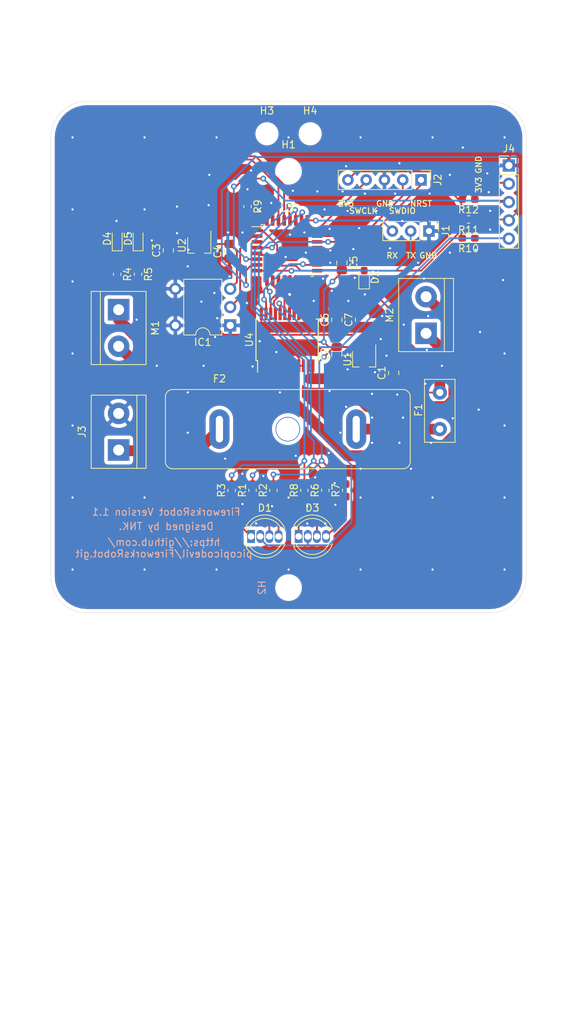
<source format=kicad_pcb>
(kicad_pcb (version 20171130) (host pcbnew "(5.1.6)-1")
  (layers (0 F.Cu signal) (31 B.Cu signal) (34 B.Paste user) (35 F.Paste user) (36 B.SilkS user) (37 F.SilkS user) (38 B.Mask user) (39 F.Mask user) (44 Edge.Cuts user))
  (net 0 "")
  (net 1 GND)
  (net 2 +5V)
  (net 3 "Net-(D3-Pad1)")
  (net 4 /VCP_RX)
  (net 5 /VCP_TX)
  (net 6 /SWCLK)
  (net 7 /SWDIO)
  (net 8 NRST)
  (net 9 /BOOT)
  (net 10 "Net-(M2-Pad1)")
  (net 11 "Net-(M2-Pad2)")
  (net 12 "Net-(M1-Pad2)")
  (net 13 "Net-(M1-Pad1)")
  (net 14 /BIN1)
  (net 15 /STBY)
  (net 16 /AIN1)
  (net 17 /AIN2)
  (net 18 /PWMA)
  (net 19 BIN2)
  (net 20 PWMB)
  (net 21 "Net-(IC1-Pad2)")
  (net 22 +6V)
  (net 23 "Net-(F1-Pad1)")
  (net 24 "Net-(F2-Pad1)")
  (net 25 +3V3)
  (net 26 /COLLECTOR_3)
  (net 27 /COLLECTOR_2)
  (net 28 /COLLECTOR_1)
  (net 29 LED_G)
  (net 30 LED_B)
  (net 31 LED_R)
  (net 32 "Net-(D4-Pad1)")
  (net 33 "Net-(D5-Pad1)")
  (net 34 "Net-(D1-Pad4)")
  (net 35 "Net-(D1-Pad3)")
  (net 36 "Net-(D1-Pad1)")
  (net 37 "Net-(D3-Pad4)")
  (net 38 "Net-(D3-Pad3)")
  (net 39 "Net-(D4-Pad2)")
  (net 40 "Net-(D5-Pad2)")
  (net 41 "Net-(U3-Pad22)")
  (net 42 "Net-(U3-Pad21)")
  (net 43 "Net-(U3-Pad20)")
  (net 44 "Net-(U3-Pad19)")
  (net 45 "Net-(U3-Pad3)")
  (module Resistor_SMD:R_0603_1608Metric_Pad1.05x0.95mm_HandSolder (layer F.Cu) (at 152.2 134 90)
    (fp_text reference R8 (at 0 -1.43 90) (layer F.SilkS))
    (fp_text value 200)
    (pad 2 smd roundrect (at 0.875 0 90) (size 1.05 0.95) (layers F.Cu F.Paste F.Mask) (net 31 LED_R))
    (pad 1 smd roundrect (at -0.875 0 90) (size 1.05 0.95) (layers F.Cu F.Paste F.Mask) (net 3 "Net-(D3-Pad1)"))
  )
  (module Resistor_SMD:R_0603_1608Metric_Pad1.05x0.95mm_HandSolder (layer F.Cu) (at 158 134 90)
    (fp_text reference R7 (at 0 -1.43 90) (layer F.SilkS))
    (fp_text value 62)
    (pad 2 smd roundrect (at 0.875 0 90) (size 1.05 0.95) (layers F.Cu F.Paste F.Mask) (net 29 LED_G))
    (pad 1 smd roundrect (at -0.875 0 90) (size 1.05 0.95) (layers F.Cu F.Paste F.Mask) (net 37 "Net-(D3-Pad4)"))
  )
  (module Resistor_SMD:R_0603_1608Metric_Pad1.05x0.95mm_HandSolder (layer F.Cu) (at 155.1 134 90)
    (fp_text reference R6 (at 0 -1.43 90) (layer F.SilkS))
    (fp_text value 62)
    (pad 2 smd roundrect (at 0.875 0 90) (size 1.05 0.95) (layers F.Cu F.Paste F.Mask) (net 30 LED_B))
    (pad 1 smd roundrect (at -0.875 0 90) (size 1.05 0.95) (layers F.Cu F.Paste F.Mask) (net 38 "Net-(D3-Pad3)"))
  )
  (module Resistor_SMD:R_0603_1608Metric_Pad1.05x0.95mm_HandSolder (layer F.Cu) (at 142.1 134 90)
    (fp_text reference R3 (at 0 -1.43 90) (layer F.SilkS))
    (fp_text value 200)
    (pad 2 smd roundrect (at 0.875 0 90) (size 1.05 0.95) (layers F.Cu F.Paste F.Mask) (net 31 LED_R))
    (pad 1 smd roundrect (at -0.875 0 90) (size 1.05 0.95) (layers F.Cu F.Paste F.Mask) (net 36 "Net-(D1-Pad1)"))
  )
  (module Resistor_SMD:R_0603_1608Metric_Pad1.05x0.95mm_HandSolder (layer F.Cu) (at 147.9 134 90)
    (fp_text reference R2 (at 0 -1.43 90) (layer F.SilkS))
    (fp_text value 62)
    (pad 2 smd roundrect (at 0.875 0 90) (size 1.05 0.95) (layers F.Cu F.Paste F.Mask) (net 29 LED_G))
    (pad 1 smd roundrect (at -0.875 0 90) (size 1.05 0.95) (layers F.Cu F.Paste F.Mask) (net 34 "Net-(D1-Pad4)"))
  )
  (module Resistor_SMD:R_0603_1608Metric_Pad1.05x0.95mm_HandSolder (layer F.Cu) (at 145 134 90)
    (fp_text reference R1 (at 0 -1.43 90) (layer F.SilkS))
    (fp_text value 62)
    (pad 2 smd roundrect (at 0.875 0 90) (size 1.05 0.95) (layers F.Cu F.Paste F.Mask) (net 30 LED_B))
    (pad 1 smd roundrect (at -0.875 0 90) (size 1.05 0.95) (layers F.Cu F.Paste F.Mask) (net 35 "Net-(D1-Pad3)"))
  )
  (module LED_THT:LED_D5.0mm-4_RGB (layer F.Cu) (at 151.4 140.4)
    (fp_text reference D3 (at 1.905 -3.96) (layer F.SilkS))
    (fp_text value LED_RABG)
    (pad 4 thru_hole oval (at 3.81 0) (size 1.07 1.8) (drill 0.9) (layers *.Cu *.Mask) (net 37 "Net-(D3-Pad4)"))
    (pad 3 thru_hole oval (at 2.54 0) (size 1.07 1.8) (drill 0.9) (layers *.Cu *.Mask) (net 38 "Net-(D3-Pad3)"))
    (pad 2 thru_hole oval (at 1.27 0) (size 1.07 1.8) (drill 0.9) (layers *.Cu *.Mask) (net 25 +3V3))
    (pad 1 thru_hole rect (at 0 0) (size 1.07 1.8) (drill 0.9) (layers *.Cu *.Mask) (net 3 "Net-(D3-Pad1)"))
  )
  (module LED_THT:LED_D5.0mm-4_RGB (layer F.Cu) (at 144.8 140.4)
    (fp_text reference D1 (at 1.905 -3.96) (layer F.SilkS))
    (fp_text value LED_RABG)
    (pad 4 thru_hole oval (at 3.81 0) (size 1.07 1.8) (drill 0.9) (layers *.Cu *.Mask) (net 34 "Net-(D1-Pad4)"))
    (pad 3 thru_hole oval (at 2.54 0) (size 1.07 1.8) (drill 0.9) (layers *.Cu *.Mask) (net 35 "Net-(D1-Pad3)"))
    (pad 2 thru_hole oval (at 1.27 0) (size 1.07 1.8) (drill 0.9) (layers *.Cu *.Mask) (net 25 +3V3))
    (pad 1 thru_hole rect (at 0 0) (size 1.07 1.8) (drill 0.9) (layers *.Cu *.Mask) (net 36 "Net-(D1-Pad1)"))
  )
  (module SamacSys_Parts:Conthrough_1x05_P2.54mm_Vertical (layer F.Cu) (at 168.4 90.9 270)
    (fp_text reference J2 (at 0 -2.33 90) (layer F.SilkS))
    (fp_text value Conthrough)
    (pad 5 thru_hole oval (at 0 10.16 270) (size 1.6 1.6) (drill 0.85) (layers *.Cu *.Mask) (net 25 +3V3))
    (pad 4 thru_hole oval (at 0 7.62 270) (size 1.6 1.6) (drill 0.85) (layers *.Cu *.Mask) (net 6 /SWCLK))
    (pad 3 thru_hole oval (at 0 5.08 270) (size 1.6 1.6) (drill 0.85) (layers *.Cu *.Mask) (net 1 GND))
    (pad 2 thru_hole oval (at 0 2.54 270) (size 1.6 1.6) (drill 0.85) (layers *.Cu *.Mask) (net 7 /SWDIO))
    (pad 1 thru_hole rect (at 0 0 270) (size 1.6 1.6) (drill 0.85) (layers *.Cu *.Mask) (net 8 NRST))
  )
  (module SamacSys_Parts:Conthrough_1x03_P2.54mm_Vertical (layer F.Cu) (at 169.5 98 270)
    (fp_text reference J1 (at 0 -2.33 90) (layer F.SilkS))
    (fp_text value Conn_01x03)
    (pad 3 thru_hole oval (at 0 5.08 270) (size 1.6 1.6) (drill 0.85) (layers *.Cu *.Mask) (net 4 /VCP_RX))
    (pad 2 thru_hole oval (at 0 2.54 270) (size 1.6 1.6) (drill 0.85) (layers *.Cu *.Mask) (net 5 /VCP_TX))
    (pad 1 thru_hole rect (at 0 0 270) (size 1.6 1.6) (drill 0.85) (layers *.Cu *.Mask) (net 1 GND))
  )
  (module SamacSys_Parts:SPS440 (layer F.Cu) (at 141.9 111.1 180)
    (fp_text reference IC1 (at 3.81 -2.33) (layer F.SilkS))
    (fp_text value SPS440)
    (pad 4 thru_hole oval (at 7.62 0 180) (size 1.7 1.7) (drill 1) (layers *.Cu *.Mask) (net 1 GND))
    (pad 3 thru_hole oval (at 0 5.08 180) (size 1.7 1.7) (drill 1) (layers *.Cu *.Mask) (net 2 +5V))
    (pad 2 thru_hole oval (at 0 2.54 180) (size 1.7 1.7) (drill 1) (layers *.Cu *.Mask) (net 21 "Net-(IC1-Pad2)"))
    (pad 5 thru_hole oval (at 7.62 5.08 180) (size 1.7 1.7) (drill 1) (layers *.Cu *.Mask) (net 1 GND))
    (pad 1 thru_hole rect (at 0 0 180) (size 1.7 1.7) (drill 1) (layers *.Cu *.Mask) (net 1 GND))
  )
  (module SamacSys_Parts:MF505 (layer F.Cu) (at 140.4 125.5)
    (fp_text reference F2 (at 0 -7) (layer F.SilkS))
    (fp_text value Fuse)
    (pad "" np_thru_hole circle (at 9.5 0) (size 3.4 3.4) (drill 3.2) (layers *.Cu *.Mask))
    (pad 2 thru_hole oval (at 19 0) (size 2.8 5.5) (drill oval 1 3.7) (layers *.Cu *.Mask) (net 23 "Net-(F1-Pad1)"))
    (pad 1 thru_hole oval (at 0 0) (size 2.8 5.5) (drill oval 1 3.7) (layers *.Cu *.Mask) (net 24 "Net-(F2-Pad1)"))
  )
  (module Connector_PinHeader_2.54mm:PinHeader_1x05_P2.54mm_Vertical (layer F.Cu) (at 180.6 88.9)
    (fp_text reference J4 (at 0 -2.33) (layer F.SilkS))
    (fp_text value Conn_01x05)
    (pad 5 thru_hole oval (at 0 10.16) (size 1.7 1.7) (drill 1) (layers *.Cu *.Mask) (net 26 /COLLECTOR_3))
    (pad 4 thru_hole oval (at 0 7.62) (size 1.7 1.7) (drill 1) (layers *.Cu *.Mask) (net 27 /COLLECTOR_2))
    (pad 3 thru_hole oval (at 0 5.08) (size 1.7 1.7) (drill 1) (layers *.Cu *.Mask) (net 28 /COLLECTOR_1))
    (pad 2 thru_hole oval (at 0 2.54) (size 1.7 1.7) (drill 1) (layers *.Cu *.Mask) (net 25 +3V3))
    (pad 1 thru_hole rect (at 0 0) (size 1.7 1.7) (drill 1) (layers *.Cu *.Mask) (net 1 GND))
  )
  (module Resistor_SMD:R_0603_1608Metric_Pad1.05x0.95mm_HandSolder (layer F.Cu) (at 175 93.6 180)
    (fp_text reference R12 (at 0 -1.43) (layer F.SilkS))
    (fp_text value 1k)
    (pad 2 smd roundrect (at 0.875 0 180) (size 1.05 0.95) (layers F.Cu F.Paste F.Mask) (net 25 +3V3))
    (pad 1 smd roundrect (at -0.875 0 180) (size 1.05 0.95) (layers F.Cu F.Paste F.Mask) (net 28 /COLLECTOR_1))
  )
  (module Resistor_SMD:R_0603_1608Metric_Pad1.05x0.95mm_HandSolder (layer F.Cu) (at 175 96.4 180)
    (fp_text reference R11 (at 0 -1.43) (layer F.SilkS))
    (fp_text value 1k)
    (pad 2 smd roundrect (at 0.875 0 180) (size 1.05 0.95) (layers F.Cu F.Paste F.Mask) (net 25 +3V3))
    (pad 1 smd roundrect (at -0.875 0 180) (size 1.05 0.95) (layers F.Cu F.Paste F.Mask) (net 27 /COLLECTOR_2))
  )
  (module Resistor_SMD:R_0603_1608Metric_Pad1.05x0.95mm_HandSolder (layer F.Cu) (at 175 99 180)
    (fp_text reference R10 (at 0 -1.43) (layer F.SilkS))
    (fp_text value 1k)
    (pad 2 smd roundrect (at 0.875 0 180) (size 1.05 0.95) (layers F.Cu F.Paste F.Mask) (net 25 +3V3))
    (pad 1 smd roundrect (at -0.875 0 180) (size 1.05 0.95) (layers F.Cu F.Paste F.Mask) (net 26 /COLLECTOR_3))
  )
  (module Package_TO_SOT_SMD:SOT-23W_Handsoldering (layer F.Cu) (at 137.6 100 270)
    (fp_text reference U2 (at 0 2.4 90) (layer F.SilkS))
    (fp_text value AP2210N-5.0TRG1)
    (pad 3 smd rect (at 1.7 0 270) (size 2 0.7) (layers F.Cu F.Paste F.Mask) (net 22 +6V))
    (pad 2 smd rect (at -1.7 0.95 270) (size 2 0.7) (layers F.Cu F.Paste F.Mask) (net 2 +5V))
    (pad 1 smd rect (at -1.7 -0.95 270) (size 2 0.7) (layers F.Cu F.Paste F.Mask) (net 1 GND))
  )
  (module MountingHole:MountingHole_2.2mm_M2 (layer F.Cu) (at 153 84.5)
    (fp_text reference H4 (at 0 -3.2) (layer F.SilkS))
    (fp_text value MountingHole)
    (pad 1 np_thru_hole circle (at 0 0) (size 2.2 2.2) (drill 2.2) (layers *.Cu *.Mask))
  )
  (module MountingHole:MountingHole_2.2mm_M2 (layer F.Cu) (at 147 84.5)
    (fp_text reference H3 (at 0 -3.2) (layer F.SilkS))
    (fp_text value MountingHole)
    (pad 1 np_thru_hole circle (at 0 0) (size 2.2 2.2) (drill 2.2) (layers *.Cu *.Mask))
  )
  (module MountingHole:MountingHole_2.7mm_M2.5 (layer B.Cu) (at 150 147.5 270)
    (fp_text reference H2 (at 0 3.7 270) (layer B.SilkS) (effects (justify mirror)))
    (fp_text value MountingHole)
    (pad 1 np_thru_hole circle (at 0 0 270) (size 2.7 2.7) (drill 2.7) (layers *.Cu *.Mask))
  )
  (module MountingHole:MountingHole_2.7mm_M2.5 (layer F.Cu) (at 150 89.7)
    (fp_text reference H1 (at 0 -3.7) (layer F.SilkS))
    (fp_text value MountingHole)
    (pad 1 np_thru_hole circle (at 0 0) (size 2.7 2.7) (drill 2.7) (layers *.Cu *.Mask))
  )
  (module TerminalBlock:TerminalBlock_bornier-2_P5.08mm (layer F.Cu) (at 126.4 128.4 90)
    (fp_text reference J3 (at 2.54 -5.08 90) (layer F.SilkS))
    (fp_text value Screw_Terminal_01x02)
    (pad 2 thru_hole circle (at 5.08 0 90) (size 3 3) (drill 1.52) (layers *.Cu *.Mask) (net 1 GND))
    (pad 1 thru_hole rect (at 0 0 90) (size 3 3) (drill 1.52) (layers *.Cu *.Mask) (net 24 "Net-(F2-Pad1)"))
  )
  (module Fuse:Fuse_Littelfuse_395Series (layer F.Cu) (at 171 125.5 90)
    (fp_text reference F1 (at 2.65 -2.95 90) (layer F.SilkS))
    (fp_text value Polyfuse)
    (pad 2 thru_hole circle (at 5.08 0.01 90) (size 2 2) (drill 1) (layers *.Cu *.Mask) (net 22 +6V))
    (pad 1 thru_hole circle (at 0 0 90) (size 2 2) (drill 1) (layers *.Cu *.Mask) (net 23 "Net-(F1-Pad1)"))
  )
  (module Capacitor_SMD:C_0805_2012Metric_Pad1.15x1.40mm_HandSolder (layer F.Cu) (at 141.8 100.8 90)
    (fp_text reference C4 (at 0 -1.65 90) (layer F.SilkS))
    (fp_text value 2.2u)
    (pad 2 smd roundrect (at 1.025 0 90) (size 1.15 1.4) (layers F.Cu F.Paste F.Mask) (roundrect_rratio 0.217391) (net 2 +5V))
    (pad 1 smd roundrect (at -1.025 0 90) (size 1.15 1.4) (layers F.Cu F.Paste F.Mask) (roundrect_rratio 0.217391) (net 1 GND))
  )
  (module Capacitor_SMD:C_0805_2012Metric_Pad1.15x1.40mm_HandSolder (layer F.Cu) (at 133.3 100.7 90)
    (fp_text reference C3 (at 0 -1.65 90) (layer F.SilkS))
    (fp_text value 1.0u)
    (pad 2 smd roundrect (at 1.025 0 90) (size 1.15 1.4) (layers F.Cu F.Paste F.Mask) (roundrect_rratio 0.217391) (net 1 GND))
    (pad 1 smd roundrect (at -1.025 0 90) (size 1.15 1.4) (layers F.Cu F.Paste F.Mask) (roundrect_rratio 0.217391) (net 22 +6V))
  )
  (module TerminalBlock:TerminalBlock_bornier-2_P5.08mm (layer F.Cu) (at 169.1 112.2 90)
    (fp_text reference M2 (at 2.54 -5.08 90) (layer F.SilkS))
    (fp_text value Motor_DC)
    (pad 2 thru_hole circle (at 5.08 0 90) (size 3 3) (drill 1.52) (layers *.Cu *.Mask) (net 11 "Net-(M2-Pad2)"))
    (pad 1 thru_hole rect (at 0 0 90) (size 3 3) (drill 1.52) (layers *.Cu *.Mask) (net 10 "Net-(M2-Pad1)"))
  )
  (module TerminalBlock:TerminalBlock_bornier-2_P5.08mm (layer F.Cu) (at 126.4 108.92 270)
    (fp_text reference M1 (at 2.54 -5.08 90) (layer F.SilkS))
    (fp_text value Motor_DC)
    (pad 2 thru_hole circle (at 5.08 0 270) (size 3 3) (drill 1.52) (layers *.Cu *.Mask) (net 12 "Net-(M1-Pad2)"))
    (pad 1 thru_hole rect (at 0 0 270) (size 3 3) (drill 1.52) (layers *.Cu *.Mask) (net 13 "Net-(M1-Pad1)"))
  )
  (module Package_SO:SSOP-24_5.3x8.2mm_P0.65mm (layer F.Cu) (at 149.8 113.1 90)
    (fp_text reference U4 (at 0 -5.25 90) (layer F.SilkS))
    (fp_text value TB6612FNG)
    (pad 24 smd rect (at 3.6 -3.575 90) (size 1.75 0.45) (layers F.Cu F.Paste F.Mask) (net 22 +6V))
    (pad 23 smd rect (at 3.6 -2.925 90) (size 1.75 0.45) (layers F.Cu F.Paste F.Mask) (net 18 /PWMA))
    (pad 22 smd rect (at 3.6 -2.275 90) (size 1.75 0.45) (layers F.Cu F.Paste F.Mask) (net 17 /AIN2))
    (pad 21 smd rect (at 3.6 -1.625 90) (size 1.75 0.45) (layers F.Cu F.Paste F.Mask) (net 16 /AIN1))
    (pad 20 smd rect (at 3.6 -0.975 90) (size 1.75 0.45) (layers F.Cu F.Paste F.Mask) (net 25 +3V3))
    (pad 19 smd rect (at 3.6 -0.325 90) (size 1.75 0.45) (layers F.Cu F.Paste F.Mask) (net 15 /STBY))
    (pad 18 smd rect (at 3.6 0.325 90) (size 1.75 0.45) (layers F.Cu F.Paste F.Mask) (net 1 GND))
    (pad 17 smd rect (at 3.6 0.975 90) (size 1.75 0.45) (layers F.Cu F.Paste F.Mask) (net 14 /BIN1))
    (pad 16 smd rect (at 3.6 1.625 90) (size 1.75 0.45) (layers F.Cu F.Paste F.Mask) (net 19 BIN2))
    (pad 15 smd rect (at 3.6 2.275 90) (size 1.75 0.45) (layers F.Cu F.Paste F.Mask) (net 20 PWMB))
    (pad 14 smd rect (at 3.6 2.925 90) (size 1.75 0.45) (layers F.Cu F.Paste F.Mask) (net 22 +6V))
    (pad 13 smd rect (at 3.6 3.575 90) (size 1.75 0.45) (layers F.Cu F.Paste F.Mask) (net 22 +6V))
    (pad 12 smd rect (at -3.6 3.575 90) (size 1.75 0.45) (layers F.Cu F.Paste F.Mask) (net 10 "Net-(M2-Pad1)"))
    (pad 11 smd rect (at -3.6 2.925 90) (size 1.75 0.45) (layers F.Cu F.Paste F.Mask) (net 10 "Net-(M2-Pad1)"))
    (pad 10 smd rect (at -3.6 2.275 90) (size 1.75 0.45) (layers F.Cu F.Paste F.Mask) (net 1 GND))
    (pad 9 smd rect (at -3.6 1.625 90) (size 1.75 0.45) (layers F.Cu F.Paste F.Mask) (net 1 GND))
    (pad 8 smd rect (at -3.6 0.975 90) (size 1.75 0.45) (layers F.Cu F.Paste F.Mask) (net 11 "Net-(M2-Pad2)"))
    (pad 7 smd rect (at -3.6 0.325 90) (size 1.75 0.45) (layers F.Cu F.Paste F.Mask) (net 11 "Net-(M2-Pad2)"))
    (pad 6 smd rect (at -3.6 -0.325 90) (size 1.75 0.45) (layers F.Cu F.Paste F.Mask) (net 12 "Net-(M1-Pad2)"))
    (pad 5 smd rect (at -3.6 -0.975 90) (size 1.75 0.45) (layers F.Cu F.Paste F.Mask) (net 12 "Net-(M1-Pad2)"))
    (pad 4 smd rect (at -3.6 -1.625 90) (size 1.75 0.45) (layers F.Cu F.Paste F.Mask) (net 1 GND))
    (pad 3 smd rect (at -3.6 -2.275 90) (size 1.75 0.45) (layers F.Cu F.Paste F.Mask) (net 1 GND))
    (pad 2 smd rect (at -3.6 -2.925 90) (size 1.75 0.45) (layers F.Cu F.Paste F.Mask) (net 13 "Net-(M1-Pad1)"))
    (pad 1 smd rect (at -3.6 -3.575 90) (size 1.75 0.45) (layers F.Cu F.Paste F.Mask) (net 13 "Net-(M1-Pad1)"))
  )
  (module Package_QFP:LQFP-32_7x7mm_P0.8mm (layer F.Cu) (at 149.8 100.7)
    (fp_text reference U3 (at 0 -5.88) (layer F.SilkS))
    (fp_text value STM32F303K8)
    (pad 32 smd roundrect (at -2.8 -4.175) (size 0.5 1.5) (layers F.Cu F.Paste F.Mask) (net 1 GND))
    (pad 31 smd roundrect (at -2 -4.175) (size 0.5 1.5) (layers F.Cu F.Paste F.Mask) (net 9 /BOOT))
    (pad 30 smd roundrect (at -1.2 -4.175) (size 0.5 1.5) (layers F.Cu F.Paste F.Mask) (net 40 "Net-(D5-Pad2)"))
    (pad 29 smd roundrect (at -0.4 -4.175) (size 0.5 1.5) (layers F.Cu F.Paste F.Mask) (net 39 "Net-(D4-Pad2)"))
    (pad 28 smd roundrect (at 0.4 -4.175) (size 0.5 1.5) (layers F.Cu F.Paste F.Mask) (net 31 LED_R))
    (pad 27 smd roundrect (at 1.2 -4.175) (size 0.5 1.5) (layers F.Cu F.Paste F.Mask) (net 30 LED_B))
    (pad 26 smd roundrect (at 2 -4.175) (size 0.5 1.5) (layers F.Cu F.Paste F.Mask) (net 29 LED_G))
    (pad 25 smd roundrect (at 2.8 -4.175) (size 0.5 1.5) (layers F.Cu F.Paste F.Mask) (net 4 /VCP_RX))
    (pad 24 smd roundrect (at 4.175 -2.8) (size 1.5 0.5) (layers F.Cu F.Paste F.Mask) (net 6 /SWCLK))
    (pad 23 smd roundrect (at 4.175 -2) (size 1.5 0.5) (layers F.Cu F.Paste F.Mask) (net 7 /SWDIO))
    (pad 22 smd roundrect (at 4.175 -1.2) (size 1.5 0.5) (layers F.Cu F.Paste F.Mask) (net 41 "Net-(U3-Pad22)"))
    (pad 21 smd roundrect (at 4.175 -0.4) (size 1.5 0.5) (layers F.Cu F.Paste F.Mask) (net 42 "Net-(U3-Pad21)"))
    (pad 20 smd roundrect (at 4.175 0.4) (size 1.5 0.5) (layers F.Cu F.Paste F.Mask) (net 43 "Net-(U3-Pad20)"))
    (pad 19 smd roundrect (at 4.175 1.2) (size 1.5 0.5) (layers F.Cu F.Paste F.Mask) (net 44 "Net-(U3-Pad19)"))
    (pad 18 smd roundrect (at 4.175 2) (size 1.5 0.5) (layers F.Cu F.Paste F.Mask) (net 18 /PWMA))
    (pad 17 smd roundrect (at 4.175 2.8) (size 1.5 0.5) (layers F.Cu F.Paste F.Mask) (net 25 +3V3))
    (pad 16 smd roundrect (at 2.8 4.175) (size 0.5 1.5) (layers F.Cu F.Paste F.Mask) (net 1 GND))
    (pad 15 smd roundrect (at 2 4.175) (size 0.5 1.5) (layers F.Cu F.Paste F.Mask) (net 20 PWMB))
    (pad 14 smd roundrect (at 1.2 4.175) (size 0.5 1.5) (layers F.Cu F.Paste F.Mask) (net 19 BIN2))
    (pad 13 smd roundrect (at 0.4 4.175) (size 0.5 1.5) (layers F.Cu F.Paste F.Mask) (net 14 /BIN1))
    (pad 12 smd roundrect (at -0.4 4.175) (size 0.5 1.5) (layers F.Cu F.Paste F.Mask) (net 15 /STBY))
    (pad 11 smd roundrect (at -1.2 4.175) (size 0.5 1.5) (layers F.Cu F.Paste F.Mask) (net 16 /AIN1))
    (pad 10 smd roundrect (at -2 4.175) (size 0.5 1.5) (layers F.Cu F.Paste F.Mask) (net 17 /AIN2))
    (pad 9 smd roundrect (at -2.8 4.175) (size 0.5 1.5) (layers F.Cu F.Paste F.Mask) (net 26 /COLLECTOR_3))
    (pad 8 smd roundrect (at -4.175 2.8) (size 1.5 0.5) (layers F.Cu F.Paste F.Mask) (net 5 /VCP_TX))
    (pad 7 smd roundrect (at -4.175 2) (size 1.5 0.5) (layers F.Cu F.Paste F.Mask) (net 27 /COLLECTOR_2))
    (pad 6 smd roundrect (at -4.175 1.2) (size 1.5 0.5) (layers F.Cu F.Paste F.Mask) (net 28 /COLLECTOR_1))
    (pad 5 smd roundrect (at -4.175 0.4) (size 1.5 0.5) (layers F.Cu F.Paste F.Mask) (net 25 +3V3))
    (pad 4 smd roundrect (at -4.175 -0.4) (size 1.5 0.5) (layers F.Cu F.Paste F.Mask) (net 8 NRST))
    (pad 3 smd roundrect (at -4.175 -1.2) (size 1.5 0.5) (layers F.Cu F.Paste F.Mask) (net 45 "Net-(U3-Pad3)"))
    (pad 2 smd roundrect (at -4.175 -2) (size 1.5 0.5) (layers F.Cu F.Paste F.Mask) (net 21 "Net-(IC1-Pad2)"))
    (pad 1 smd roundrect (at -4.175 -2.8) (size 1.5 0.5) (layers F.Cu F.Paste F.Mask) (net 25 +3V3))
  )
  (module Package_TO_SOT_SMD:SOT-23W_Handsoldering (layer F.Cu) (at 160.5 115.8 270)
    (fp_text reference U1 (at 0 2.3 90) (layer F.SilkS))
    (fp_text value AP2210N-3.3TRG1)
    (pad 3 smd rect (at 1.7 0 270) (size 2 0.7) (layers F.Cu F.Paste F.Mask) (net 22 +6V))
    (pad 2 smd rect (at -1.7 0.95 270) (size 2 0.7) (layers F.Cu F.Paste F.Mask) (net 25 +3V3))
    (pad 1 smd rect (at -1.7 -0.95 270) (size 2 0.7) (layers F.Cu F.Paste F.Mask) (net 1 GND))
  )
  (module Resistor_SMD:R_0603_1608Metric_Pad1.05x0.95mm_HandSolder (layer F.Cu) (at 129.1 104 270)
    (fp_text reference R5 (at 0 -1.43 90) (layer F.SilkS))
    (fp_text value 2.2k)
    (pad 2 smd roundrect (at 0.875 0 270) (size 1.05 0.95) (layers F.Cu F.Paste F.Mask) (net 1 GND))
    (pad 1 smd roundrect (at -0.875 0 270) (size 1.05 0.95) (layers F.Cu F.Paste F.Mask) (net 33 "Net-(D5-Pad1)"))
  )
  (module Resistor_SMD:R_0603_1608Metric_Pad1.05x0.95mm_HandSolder (layer F.Cu) (at 126.2 104 270)
    (fp_text reference R4 (at 0 -1.43 90) (layer F.SilkS))
    (fp_text value 2.2k)
    (pad 2 smd roundrect (at 0.875 0 270) (size 1.05 0.95) (layers F.Cu F.Paste F.Mask) (net 1 GND))
    (pad 1 smd roundrect (at -0.875 0 270) (size 1.05 0.95) (layers F.Cu F.Paste F.Mask) (net 32 "Net-(D4-Pad1)"))
  )
  (module Resistor_SMD:R_0603_1608Metric_Pad1.05x0.95mm_HandSolder (layer F.Cu) (at 144.3 94.6 270)
    (fp_text reference R9 (at 0 -1.43 90) (layer F.SilkS))
    (fp_text value 10k)
    (pad 2 smd roundrect (at 0.875 0 270) (size 1.05 0.95) (layers F.Cu F.Paste F.Mask) (net 1 GND))
    (pad 1 smd roundrect (at -0.875 0 270) (size 1.05 0.95) (layers F.Cu F.Paste F.Mask) (net 9 /BOOT))
  )
  (module LED_SMD:LED_0603_1608Metric_Castellated (layer F.Cu) (at 129.1 99.06 90)
    (fp_text reference D5 (at 0 -1.38 90) (layer F.SilkS))
    (fp_text value LED)
    (pad 2 smd roundrect (at 0.8125 0 90) (size 1.225 0.85) (layers F.Cu F.Paste F.Mask) (net 40 "Net-(D5-Pad2)"))
    (pad 1 smd roundrect (at -0.8125 0 90) (size 1.225 0.85) (layers F.Cu F.Paste F.Mask) (net 33 "Net-(D5-Pad1)"))
  )
  (module LED_SMD:LED_0603_1608Metric_Castellated (layer F.Cu) (at 126.2 99.06 90)
    (fp_text reference D4 (at 0 -1.38 90) (layer F.SilkS))
    (fp_text value LED)
    (pad 2 smd roundrect (at 0.8125 0 90) (size 1.225 0.85) (layers F.Cu F.Paste F.Mask) (net 39 "Net-(D4-Pad2)"))
    (pad 1 smd roundrect (at -0.8125 0 90) (size 1.225 0.85) (layers F.Cu F.Paste F.Mask) (net 32 "Net-(D4-Pad1)"))
  )
  (module Diode_SMD:D_0603_1608Metric_Pad1.05x0.95mm_HandSolder (layer F.Cu) (at 160.5 104.375 90)
    (fp_text reference D2 (at 0 1.5 90) (layer F.SilkS))
    (fp_text value D_Schottky)
    (pad 2 smd roundrect (at 0.875 0 90) (size 1.05 0.95) (layers F.Cu F.Paste F.Mask) (net 25 +3V3))
    (pad 1 smd roundrect (at -0.875 0 90) (size 1.05 0.95) (layers F.Cu F.Paste F.Mask) (net 22 +6V))
  )
  (module Capacitor_SMD:C_0805_2012Metric_Pad1.15x1.40mm_HandSolder (layer F.Cu) (at 160 110.325 90)
    (fp_text reference C7 (at 0 -1.65 90) (layer F.SilkS))
    (fp_text value 10u)
    (pad 2 smd roundrect (at 1.025 0 90) (size 1.15 1.4) (layers F.Cu F.Paste F.Mask) (roundrect_rratio 0.217391) (net 1 GND))
    (pad 1 smd roundrect (at -1.025 0 90) (size 1.15 1.4) (layers F.Cu F.Paste F.Mask) (roundrect_rratio 0.217391) (net 22 +6V))
  )
  (module Capacitor_SMD:C_0805_2012Metric_Pad1.15x1.40mm_HandSolder (layer F.Cu) (at 156.7 110.325 90)
    (fp_text reference C6 (at 0 -1.65 90) (layer F.SilkS))
    (fp_text value 0.1u)
    (pad 2 smd roundrect (at 1.025 0 90) (size 1.15 1.4) (layers F.Cu F.Paste F.Mask) (roundrect_rratio 0.217391) (net 1 GND))
    (pad 1 smd roundrect (at -1.025 0 90) (size 1.15 1.4) (layers F.Cu F.Paste F.Mask) (roundrect_rratio 0.217391) (net 22 +6V))
  )
  (module Capacitor_SMD:C_0805_2012Metric_Pad1.15x1.40mm_HandSolder (layer F.Cu) (at 156.7 115.125 90)
    (fp_text reference C2 (at 0 -1.65 90) (layer F.SilkS))
    (fp_text value 2.2u)
    (pad 2 smd roundrect (at 1.025 0 90) (size 1.15 1.4) (layers F.Cu F.Paste F.Mask) (roundrect_rratio 0.217391) (net 25 +3V3))
    (pad 1 smd roundrect (at -1.025 0 90) (size 1.15 1.4) (layers F.Cu F.Paste F.Mask) (roundrect_rratio 0.217391) (net 1 GND))
  )
  (module Capacitor_SMD:C_0805_2012Metric_Pad1.15x1.40mm_HandSolder (layer F.Cu) (at 164.6 117.7 90)
    (fp_text reference C1 (at 0 -1.65 90) (layer F.SilkS))
    (fp_text value 1u)
    (pad 2 smd roundrect (at 1.025 0 90) (size 1.15 1.4) (layers F.Cu F.Paste F.Mask) (roundrect_rratio 0.217391) (net 1 GND))
    (pad 1 smd roundrect (at -1.025 0 90) (size 1.15 1.4) (layers F.Cu F.Paste F.Mask) (roundrect_rratio 0.217391) (net 22 +6V))
  )
  (module Capacitor_SMD:C_0805_2012Metric_Pad1.15x1.40mm_HandSolder (layer F.Cu) (at 157.4 102.4 270)
    (fp_text reference C5 (at 0 -1.65 90) (layer F.SilkS))
    (fp_text value 0.1u)
    (pad 2 smd roundrect (at 1.025 0 270) (size 1.15 1.4) (layers F.Cu F.Paste F.Mask) (roundrect_rratio 0.217391) (net 25 +3V3))
    (pad 1 smd roundrect (at -1.025 0 270) (size 1.15 1.4) (layers F.Cu F.Paste F.Mask) (roundrect_rratio 0.217391) (net 1 GND))
  )
  (gr_text "FireworksRobot Version 1.1" (at 133 137) (layer B.SilkS) (effects (font (size 1 1)) (justify mirror)))
  (gr_text "Designed by TNK." (at 133 139) (layer B.SilkS) (effects (font (size 1 1)) (justify mirror)))
  (gr_text "https://github.com/\npicopicodevil/FireworksRobot.git" (at 132.7 142) (layer B.SilkS) (effects (font (size 1 1)) (justify mirror)))
  (gr_text 3V3 (at 176.4 91.6 90) (layer F.SilkS) (effects (font (size 0.8 0.8))))
  (gr_text GND (at 176.4 88.8 90) (layer F.SilkS) (effects (font (size 0.8 0.8))))
  (gr_text GND (at 169.4 101.4) (layer F.SilkS) (effects (font (size 0.8 0.8))))
  (gr_text RX (at 164.4 101.4) (layer F.SilkS) (effects (font (size 0.8 0.8))))
  (gr_text TX (at 167 101.4) (layer F.SilkS) (effects (font (size 0.8 0.8))))
  (gr_text NRST (at 168.4 94.2) (layer F.SilkS) (effects (font (size 0.8 0.8))))
  (gr_text SWDIO (at 165.8 95.2) (layer F.SilkS) (effects (font (size 0.8 0.8))))
  (gr_text GND (at 163.4 94.2) (layer F.SilkS) (effects (font (size 0.8 0.8))))
  (gr_text SWCLK (at 160.4 95.2) (layer F.SilkS) (effects (font (size 0.8 0.8))))
  (gr_text 3V3 (at 158 94.2) (layer F.SilkS) (effects (font (size 0.8 0.8))))
  (gr_arc (start 122 85) (end 122 80) (angle -90) (layer Edge.Cuts) (width 0.05))
  (gr_arc (start 178 85) (end 183 85) (angle -90) (layer Edge.Cuts) (width 0.05))
  (gr_arc (start 178 146) (end 178 151) (angle -90) (layer Edge.Cuts) (width 0.05))
  (gr_arc (start 122 146) (end 117 146) (angle -90) (layer Edge.Cuts) (width 0.05))
  (gr_line (start 178 80) (end 122 80) (layer Edge.Cuts) (width 0.05))
  (gr_line (start 183 146) (end 183 85) (layer Edge.Cuts) (width 0.05))
  (gr_line (start 122 151) (end 178 151) (layer Edge.Cuts) (width 0.05))
  (gr_line (start 117 85) (end 117 146) (layer Edge.Cuts) (width 0.05))
  (segment (start 147.525 116.7) (end 148.175 116.7) (width 0.25) (layer F.Cu) (net 1))
  (segment (start 151.425 116.7) (end 152.075 116.7) (width 0.25) (layer F.Cu) (net 1))
  (segment (start 148.175 115.664998) (end 148.175 116.7) (width 0.25) (layer F.Cu) (net 1))
  (segment (start 151.425 116.7) (end 151.425 115.575) (width 0.25) (layer F.Cu) (net 1))
  (segment (start 148.639998 115.2) (end 148.175 115.664998) (width 0.25) (layer F.Cu) (net 1))
  (segment (start 151.05 115.2) (end 148.639998 115.2) (width 0.25) (layer F.Cu) (net 1))
  (segment (start 151.425 115.575) (end 151.05 115.2) (width 0.25) (layer F.Cu) (net 1))
  (via (at 153.5 107.7) (size 0.6) (drill 0.3) (layers F.Cu B.Cu) (net 1))
  (via (at 154.8 104.6) (size 0.6) (drill 0.3) (layers F.Cu B.Cu) (net 1))
  (via (at 159.2 104.5) (size 0.6) (drill 0.3) (layers F.Cu B.Cu) (net 1))
  (via (at 156 106.3) (size 0.6) (drill 0.3) (layers F.Cu B.Cu) (net 1))
  (via (at 160.6 106.8) (size 0.6) (drill 0.3) (layers F.Cu B.Cu) (net 1))
  (via (at 158.3 107.7) (size 0.6) (drill 0.3) (layers F.Cu B.Cu) (net 1))
  (via (at 138.9 94.4) (size 0.6) (drill 0.3) (layers F.Cu B.Cu) (net 1))
  (via (at 134.5 98.3) (size 0.6) (drill 0.3) (layers F.Cu B.Cu) (net 1))
  (via (at 144.8 89.6) (size 0.6) (drill 0.3) (layers F.Cu B.Cu) (net 1))
  (via (at 140.1 100.8) (size 0.6) (drill 0.3) (layers F.Cu B.Cu) (net 1))
  (via (at 136 102.9) (size 0.6) (drill 0.3) (layers F.Cu B.Cu) (net 1))
  (via (at 141.8 104.3) (size 0.6) (drill 0.3) (layers F.Cu B.Cu) (net 1))
  (via (at 140.1 110.1) (size 0.6) (drill 0.3) (layers F.Cu B.Cu) (net 1))
  (via (at 139.7 106.6) (size 0.6) (drill 0.3) (layers F.Cu B.Cu) (net 1))
  (via (at 157.2 126) (size 0.6) (drill 0.3) (layers F.Cu B.Cu) (net 1))
  (via (at 155.7 120.2) (size 0.6) (drill 0.3) (layers F.Cu B.Cu) (net 1))
  (via (at 158 122.4) (size 0.6) (drill 0.3) (layers F.Cu B.Cu) (net 1))
  (via (at 165.9 123.9) (size 0.6) (drill 0.3) (layers F.Cu B.Cu) (net 1))
  (via (at 161.6 123.9) (size 0.6) (drill 0.3) (layers F.Cu B.Cu) (net 1))
  (via (at 172.8 124) (size 0.6) (drill 0.3) (layers F.Cu B.Cu) (net 1))
  (via (at 169.8 127.4) (size 0.6) (drill 0.3) (layers F.Cu B.Cu) (net 1))
  (via (at 161.6 127.4) (size 0.6) (drill 0.3) (layers F.Cu B.Cu) (net 1))
  (via (at 165.4 127.4) (size 0.6) (drill 0.3) (layers F.Cu B.Cu) (net 1))
  (via (at 145 116.8) (size 0.6) (drill 0.3) (layers F.Cu B.Cu) (net 1))
  (via (at 131.7 116.7) (size 0.6) (drill 0.3) (layers F.Cu B.Cu) (net 1))
  (via (at 138.2 116.7) (size 0.6) (drill 0.3) (layers F.Cu B.Cu) (net 1))
  (via (at 152.4 101) (size 0.6) (drill 0.3) (layers F.Cu B.Cu) (net 1))
  (via (at 144.2 108) (size 0.6) (drill 0.3) (layers F.Cu B.Cu) (net 1))
  (via (at 134.5 94.6) (size 0.6) (drill 0.3) (layers F.Cu B.Cu) (net 1))
  (via (at 155.7 97.7) (size 0.6) (drill 0.3) (layers F.Cu B.Cu) (net 1))
  (via (at 155.8 102.4) (size 0.6) (drill 0.3) (layers F.Cu B.Cu) (net 1))
  (via (at 159 100.5) (size 0.6) (drill 0.3) (layers F.Cu B.Cu) (net 1))
  (via (at 155.8 100.7) (size 0.6) (drill 0.3) (layers F.Cu B.Cu) (net 1))
  (via (at 158.9 102.4) (size 0.6) (drill 0.3) (layers F.Cu B.Cu) (net 1))
  (via (at 164.1 100.4) (size 0.6) (drill 0.3) (layers F.Cu B.Cu) (net 1))
  (via (at 165.8 96.6) (size 0.6) (drill 0.3) (layers F.Cu B.Cu) (net 1))
  (via (at 163 109.8) (size 0.6) (drill 0.3) (layers F.Cu B.Cu) (net 1))
  (via (at 169.4 109.8) (size 0.6) (drill 0.3) (layers F.Cu B.Cu) (net 1))
  (via (at 161.8 104.5) (size 0.6) (drill 0.3) (layers F.Cu B.Cu) (net 1))
  (via (at 165.1 120.7) (size 0.6) (drill 0.3) (layers F.Cu B.Cu) (net 1))
  (via (at 158.2 115.1) (size 0.6) (drill 0.3) (layers F.Cu B.Cu) (net 1))
  (via (at 162 117.6) (size 0.6) (drill 0.3) (layers F.Cu B.Cu) (net 1))
  (via (at 163.6 115.3) (size 0.6) (drill 0.3) (layers F.Cu B.Cu) (net 1))
  (via (at 128.9 110.3) (size 0.6) (drill 0.3) (layers F.Cu B.Cu) (net 1))
  (via (at 146 113.3) (size 0.6) (drill 0.3) (layers F.Cu B.Cu) (net 1))
  (via (at 148.3 114.8) (size 0.6) (drill 0.3) (layers F.Cu B.Cu) (net 1))
  (via (at 144.3 92.2) (size 0.6) (drill 0.3) (layers F.Cu B.Cu) (net 1))
  (via (at 141.6 98.2) (size 0.6) (drill 0.3) (layers F.Cu B.Cu) (net 1))
  (via (at 127.7 98.3) (size 0.6) (drill 0.3) (layers F.Cu B.Cu) (net 1))
  (via (at 131 99.3) (size 0.6) (drill 0.3) (layers F.Cu B.Cu) (net 1))
  (via (at 139.8 112.7) (size 0.6) (drill 0.3) (layers F.Cu B.Cu) (net 1))
  (via (at 137.9 107.8) (size 0.6) (drill 0.3) (layers F.Cu B.Cu) (net 1))
  (via (at 126.1 96.6) (size 0.6) (drill 0.3) (layers F.Cu B.Cu) (net 1))
  (via (at 150.153414 106.8) (size 0.8) (drill 0.4) (layers F.Cu B.Cu) (net 1))
  (segment (start 150.125 109.5) (end 150.125 106.828414) (width 0.25) (layer F.Cu) (net 1))
  (segment (start 150.125 106.828414) (end 150.153414 106.8) (width 0.25) (layer F.Cu) (net 1))
  (via (at 152.2 98.2) (size 0.6) (drill 0.3) (layers F.Cu B.Cu) (net 1))
  (via (at 139 90.2) (size 0.6) (drill 0.3) (layers F.Cu B.Cu) (net 1))
  (via (at 155 95) (size 0.6) (drill 0.3) (layers F.Cu B.Cu) (net 1))
  (via (at 154 92.5) (size 0.6) (drill 0.3) (layers F.Cu B.Cu) (net 1))
  (via (at 157.5 92.5) (size 0.6) (drill 0.3) (layers F.Cu B.Cu) (net 1))
  (via (at 158 89) (size 0.6) (drill 0.3) (layers F.Cu B.Cu) (net 1))
  (via (at 174.2 86.4) (size 0.6) (drill 0.3) (layers F.Cu B.Cu) (net 1))
  (via (at 165.4 88.6) (size 0.6) (drill 0.3) (layers F.Cu B.Cu) (net 1))
  (via (at 176.4 122.8) (size 0.6) (drill 0.3) (layers F.Cu B.Cu) (net 1))
  (via (at 176.6 112) (size 0.6) (drill 0.3) (layers F.Cu B.Cu) (net 1))
  (via (at 179.8 104.8) (size 0.6) (drill 0.3) (layers F.Cu B.Cu) (net 1))
  (via (at 172.4 101) (size 0.6) (drill 0.3) (layers F.Cu B.Cu) (net 1))
  (via (at 148.8 120.4) (size 0.6) (drill 0.3) (layers F.Cu B.Cu) (net 1))
  (via (at 120 85) (size 0.6) (drill 0.3) (layers F.Cu B.Cu) (net 1))
  (via (at 120 95) (size 0.6) (drill 0.3) (layers F.Cu B.Cu) (net 1))
  (via (at 120 105) (size 0.6) (drill 0.3) (layers F.Cu B.Cu) (net 1))
  (via (at 120 115) (size 0.6) (drill 0.3) (layers F.Cu B.Cu) (net 1))
  (via (at 120 125) (size 0.6) (drill 0.3) (layers F.Cu B.Cu) (net 1))
  (via (at 120 135) (size 0.6) (drill 0.3) (layers F.Cu B.Cu) (net 1))
  (via (at 120 145) (size 0.6) (drill 0.3) (layers F.Cu B.Cu) (net 1))
  (via (at 130 145) (size 0.6) (drill 0.3) (layers F.Cu B.Cu) (net 1))
  (via (at 140 145) (size 0.6) (drill 0.3) (layers F.Cu B.Cu) (net 1))
  (via (at 160 145) (size 0.6) (drill 0.3) (layers F.Cu B.Cu) (net 1))
  (via (at 170 145) (size 0.6) (drill 0.3) (layers F.Cu B.Cu) (net 1))
  (via (at 180 145) (size 0.6) (drill 0.3) (layers F.Cu B.Cu) (net 1))
  (via (at 180 135) (size 0.6) (drill 0.3) (layers F.Cu B.Cu) (net 1))
  (via (at 180 85) (size 0.6) (drill 0.3) (layers F.Cu B.Cu) (net 1))
  (via (at 170 85) (size 0.6) (drill 0.3) (layers F.Cu B.Cu) (net 1))
  (via (at 160 85) (size 0.6) (drill 0.3) (layers F.Cu B.Cu) (net 1))
  (via (at 130 85) (size 0.6) (drill 0.3) (layers F.Cu B.Cu) (net 1))
  (via (at 140 85) (size 0.6) (drill 0.3) (layers F.Cu B.Cu) (net 1))
  (via (at 130 95) (size 0.6) (drill 0.3) (layers F.Cu B.Cu) (net 1))
  (via (at 130 135) (size 0.6) (drill 0.3) (layers F.Cu B.Cu) (net 1))
  (via (at 170 135) (size 0.6) (drill 0.3) (layers F.Cu B.Cu) (net 1))
  (via (at 160 135) (size 0.6) (drill 0.3) (layers F.Cu B.Cu) (net 1))
  (via (at 167 131) (size 0.6) (drill 0.3) (layers F.Cu B.Cu) (net 1))
  (via (at 136 126) (size 0.6) (drill 0.3) (layers F.Cu B.Cu) (net 1))
  (via (at 147.6 94.1) (size 0.6) (drill 0.3) (layers F.Cu B.Cu) (net 1))
  (via (at 136.1 100.6) (size 0.6) (drill 0.3) (layers F.Cu B.Cu) (net 1))
  (via (at 150 145) (size 0.6) (drill 0.3) (layers F.Cu B.Cu) (net 1))
  (via (at 150.6 92.4) (size 0.6) (drill 0.3) (layers F.Cu B.Cu) (net 1))
  (via (at 150 85) (size 0.6) (drill 0.3) (layers F.Cu B.Cu) (net 1))
  (via (at 159.8 97.6) (size 0.6) (drill 0.3) (layers F.Cu B.Cu) (net 1))
  (via (at 158.2 95.2) (size 0.6) (drill 0.3) (layers F.Cu B.Cu) (net 1))
  (via (at 162.2 95.2) (size 0.6) (drill 0.3) (layers F.Cu B.Cu) (net 1))
  (via (at 160.6 92.8) (size 0.6) (drill 0.3) (layers F.Cu B.Cu) (net 1))
  (via (at 164.8 92.8) (size 0.6) (drill 0.3) (layers F.Cu B.Cu) (net 1))
  (via (at 169.6 92.8) (size 0.6) (drill 0.3) (layers F.Cu B.Cu) (net 1))
  (via (at 168 102.4) (size 0.6) (drill 0.3) (layers F.Cu B.Cu) (net 1))
  (via (at 168.8 104.6) (size 0.6) (drill 0.3) (layers F.Cu B.Cu) (net 1))
  (via (at 136 120.4) (size 0.6) (drill 0.3) (layers F.Cu B.Cu) (net 1))
  (via (at 166 111) (size 0.6) (drill 0.3) (layers F.Cu B.Cu) (net 1))
  (via (at 171.3 116.7) (size 0.6) (drill 0.3) (layers F.Cu B.Cu) (net 1))
  (via (at 169.2 114.5) (size 0.6) (drill 0.3) (layers F.Cu B.Cu) (net 1))
  (via (at 169 119.2) (size 0.6) (drill 0.3) (layers F.Cu B.Cu) (net 1))
  (via (at 177.6 90) (size 0.6) (drill 0.3) (layers F.Cu B.Cu) (net 1))
  (via (at 177.8 92.6) (size 0.6) (drill 0.3) (layers F.Cu B.Cu) (net 1))
  (via (at 178 95.2) (size 0.6) (drill 0.3) (layers F.Cu B.Cu) (net 1))
  (via (at 176 100.6) (size 0.6) (drill 0.3) (layers F.Cu B.Cu) (net 1))
  (via (at 172.4 90.2) (size 0.6) (drill 0.3) (layers F.Cu B.Cu) (net 1))
  (via (at 143.6 98.2) (size 0.6) (drill 0.3) (layers F.Cu B.Cu) (net 1))
  (via (at 178 97.8) (size 0.6) (drill 0.3) (layers F.Cu B.Cu) (net 1))
  (via (at 146 95.2) (size 0.6) (drill 0.3) (layers F.Cu B.Cu) (net 1))
  (via (at 162.8 113) (size 0.6) (drill 0.3) (layers F.Cu B.Cu) (net 1))
  (via (at 158.2 117.2) (size 0.6) (drill 0.3) (layers F.Cu B.Cu) (net 1))
  (via (at 161.6 120.6) (size 0.6) (drill 0.3) (layers F.Cu B.Cu) (net 1))
  (via (at 149.6 101.6) (size 0.6) (drill 0.3) (layers F.Cu B.Cu) (net 1))
  (via (at 150.2 98.5) (size 0.6) (drill 0.3) (layers F.Cu B.Cu) (net 1))
  (via (at 155.1 138.6) (size 0.6) (drill 0.3) (layers F.Cu B.Cu) (net 1))
  (via (at 156.4 133) (size 0.6) (drill 0.3) (layers F.Cu B.Cu) (net 1))
  (via (at 152.6 138.6) (size 0.6) (drill 0.3) (layers F.Cu B.Cu) (net 1))
  (via (at 153.7 132.2) (size 0.6) (drill 0.3) (layers F.Cu B.Cu) (net 1))
  (via (at 152.6 136.2) (size 0.6) (drill 0.3) (layers F.Cu B.Cu) (net 1))
  (via (at 156.5 136) (size 0.6) (drill 0.3) (layers F.Cu B.Cu) (net 1))
  (via (at 145.5 138.6) (size 0.6) (drill 0.3) (layers F.Cu B.Cu) (net 1))
  (via (at 143.6 135.9) (size 0.6) (drill 0.3) (layers F.Cu B.Cu) (net 1))
  (via (at 143.6 131.7) (size 0.6) (drill 0.3) (layers F.Cu B.Cu) (net 1))
  (via (at 146.5 132) (size 0.6) (drill 0.3) (layers F.Cu B.Cu) (net 1))
  (via (at 147.7 136.2) (size 0.6) (drill 0.3) (layers F.Cu B.Cu) (net 1))
  (via (at 150 135) (size 0.6) (drill 0.3) (layers F.Cu B.Cu) (net 1))
  (via (at 151 129.2) (size 0.6) (drill 0.3) (layers F.Cu B.Cu) (net 1))
  (via (at 141.2 129.6) (size 0.6) (drill 0.3) (layers F.Cu B.Cu) (net 1))
  (via (at 180 125) (size 0.6) (drill 0.3) (layers F.Cu B.Cu) (net 1))
  (via (at 180 115) (size 0.6) (drill 0.3) (layers F.Cu B.Cu) (net 1))
  (via (at 155.6 128.8) (size 0.6) (drill 0.3) (layers F.Cu B.Cu) (net 1))
  (via (at 160 131) (size 0.6) (drill 0.3) (layers F.Cu B.Cu) (net 1))
  (segment (start 141.775 99.8) (end 141.8 99.775) (width 0.25) (layer F.Cu) (net 2))
  (segment (start 136.65 98.3) (end 138.15 99.8) (width 0.25) (layer F.Cu) (net 2))
  (segment (start 138.15 99.8) (end 141.775 99.8) (width 0.25) (layer F.Cu) (net 2))
  (segment (start 141.775 99.775) (end 141.8 99.775) (width 0.25) (layer F.Cu) (net 2))
  (segment (start 141.8 99.775) (end 142.82501 100.80001) (width 0.25) (layer F.Cu) (net 2))
  (segment (start 142.82501 100.80001) (end 142.82501 105.09499) (width 0.25) (layer F.Cu) (net 2))
  (segment (start 142.82501 105.09499) (end 141.9 106.02) (width 0.25) (layer F.Cu) (net 2))
  (segment (start 151.4 135.675) (end 151.4 140.4) (width 0.25) (layer F.Cu) (net 3))
  (segment (start 152.2 134.875) (end 151.4 135.675) (width 0.25) (layer F.Cu) (net 3))
  (segment (start 153.758237 96.525) (end 153.779431 96.546194) (width 0.25) (layer F.Cu) (net 4))
  (via (at 153.779431 96.546194) (size 0.8) (drill 0.4) (layers F.Cu B.Cu) (net 4))
  (segment (start 162.966194 96.546194) (end 153.779431 96.546194) (width 0.25) (layer B.Cu) (net 4))
  (segment (start 164.42 98) (end 162.966194 96.546194) (width 0.25) (layer B.Cu) (net 4))
  (segment (start 152.6 96.525) (end 153.758237 96.525) (width 0.25) (layer F.Cu) (net 4))
  (segment (start 126.2 99.8725) (end 126.2 103.125) (width 0.25) (layer F.Cu) (net 32))
  (segment (start 129.1 99.8725) (end 129.1 103.125) (width 0.25) (layer F.Cu) (net 33))
  (segment (start 166.96 98) (end 166.96 101.44) (width 0.25) (layer B.Cu) (net 5))
  (segment (start 166.96 101.44) (end 164.899992 103.500008) (width 0.25) (layer B.Cu) (net 5))
  (segment (start 164.9 103.5) (end 164.899992 103.500008) (width 0.25) (layer B.Cu) (net 5))
  (segment (start 150.425002 103.500008) (end 150.4 103.52501) (width 0.25) (layer B.Cu) (net 5))
  (via (at 150.4 103.52501) (size 0.8) (drill 0.4) (layers F.Cu B.Cu) (net 5))
  (segment (start 164.899992 103.500008) (end 150.425002 103.500008) (width 0.25) (layer B.Cu) (net 5))
  (segment (start 145.625 103.5) (end 150.37499 103.5) (width 0.25) (layer F.Cu) (net 5))
  (segment (start 150.37499 103.5) (end 150.4 103.52501) (width 0.25) (layer F.Cu) (net 5))
  (segment (start 153.975 97.9) (end 160.78 91.095) (width 0.25) (layer F.Cu) (net 6))
  (segment (start 160.78 91.095) (end 160.78 90.9) (width 0.25) (layer F.Cu) (net 6))
  (segment (start 162.08 96.88) (end 162.5 96.46) (width 0.25) (layer F.Cu) (net 7))
  (segment (start 153.975 98.7) (end 160.26 98.7) (width 0.25) (layer F.Cu) (net 7))
  (segment (start 165.86 90.9) (end 165.86 93.1) (width 0.25) (layer F.Cu) (net 7))
  (segment (start 165.86 93.1) (end 160.26 98.7) (width 0.25) (layer F.Cu) (net 7))
  (segment (start 155.5 99.5) (end 155.5 99.5) (width 0.25) (layer F.Cu) (net 8))
  (via (at 155.5 99.5) (size 0.8) (drill 0.4) (layers F.Cu B.Cu) (net 8))
  (segment (start 160.5 99.5) (end 155.5 99.5) (width 0.25) (layer F.Cu) (net 8))
  (segment (start 168.4 90.9) (end 168.4 91.6) (width 0.25) (layer F.Cu) (net 8))
  (segment (start 168.4 91.6) (end 160.5 99.5) (width 0.25) (layer F.Cu) (net 8))
  (segment (start 145.625 100.3) (end 147.7 100.3) (width 0.25) (layer F.Cu) (net 8))
  (segment (start 148.5 99.5) (end 147.7 100.3) (width 0.25) (layer B.Cu) (net 8))
  (via (at 147.7 100.3) (size 0.8) (drill 0.4) (layers F.Cu B.Cu) (net 8))
  (segment (start 155.5 99.5) (end 148.5 99.5) (width 0.25) (layer B.Cu) (net 8))
  (segment (start 147.8 96.525) (end 147.8 95.7) (width 0.25) (layer F.Cu) (net 9))
  (segment (start 145.825 93.725) (end 144.3 93.725) (width 0.25) (layer F.Cu) (net 9))
  (segment (start 147.8 95.7) (end 145.825 93.725) (width 0.25) (layer F.Cu) (net 9))
  (segment (start 152.725 116.7) (end 153.375 116.7) (width 0.25) (layer F.Cu) (net 10))
  (segment (start 152.725 118.325) (end 152.9 118.5) (width 0.25) (layer F.Cu) (net 10))
  (segment (start 152.725 116.7) (end 152.725 118.325) (width 0.25) (layer F.Cu) (net 10))
  (segment (start 153.375 118.025) (end 152.9 118.5) (width 0.25) (layer F.Cu) (net 10))
  (segment (start 153.375 116.7) (end 153.375 118.025) (width 0.25) (layer F.Cu) (net 10))
  (segment (start 160.970001 122.370001) (end 157.1 118.5) (width 1.5) (layer F.Cu) (net 10))
  (segment (start 157.1 118.5) (end 152.9 118.5) (width 1.5) (layer F.Cu) (net 10))
  (segment (start 171.946001 122.370001) (end 160.970001 122.370001) (width 1.5) (layer F.Cu) (net 10))
  (segment (start 169.1 112.2) (end 172.960001 116.060001) (width 1.5) (layer F.Cu) (net 10))
  (segment (start 172.960001 121.356001) (end 171.946001 122.370001) (width 1.5) (layer F.Cu) (net 10))
  (segment (start 172.960001 116.060001) (end 172.960001 121.356001) (width 1.5) (layer F.Cu) (net 10))
  (segment (start 150.125 116.7) (end 150.775 116.7) (width 0.25) (layer F.Cu) (net 11))
  (segment (start 150.125 117.92499) (end 150.90001 118.7) (width 0.25) (layer F.Cu) (net 11))
  (segment (start 150.125 116.7) (end 150.125 117.92499) (width 0.25) (layer F.Cu) (net 11))
  (segment (start 150.775 116.7) (end 150.775 118.57499) (width 0.25) (layer F.Cu) (net 11))
  (segment (start 174.660011 124.725991) (end 170.185992 129.20001) (width 1.5) (layer F.Cu) (net 11))
  (segment (start 169.1 107.12) (end 174.660011 112.680011) (width 1.5) (layer F.Cu) (net 11))
  (segment (start 150.6 121.6) (end 150.6 118.6) (width 1.5) (layer F.Cu) (net 11))
  (segment (start 170.185992 129.20001) (end 158.20001 129.20001) (width 1.5) (layer F.Cu) (net 11))
  (segment (start 174.660011 112.680011) (end 174.660011 124.725991) (width 1.5) (layer F.Cu) (net 11))
  (segment (start 158.20001 129.20001) (end 150.6 121.6) (width 1.5) (layer F.Cu) (net 11))
  (segment (start 148.825 116.7) (end 149.475 116.7) (width 0.25) (layer F.Cu) (net 12))
  (segment (start 148.825 118.625) (end 148.9 118.7) (width 0.25) (layer F.Cu) (net 12))
  (segment (start 148.825 116.7) (end 148.825 118.625) (width 0.25) (layer F.Cu) (net 12))
  (segment (start 149.475 118.125) (end 148.9 118.7) (width 0.25) (layer F.Cu) (net 12))
  (segment (start 149.475 116.7) (end 149.475 118.125) (width 0.25) (layer F.Cu) (net 12))
  (segment (start 126.4 114) (end 131 118.6) (width 1.5) (layer F.Cu) (net 12))
  (segment (start 131 118.6) (end 148.8 118.6) (width 1.5) (layer F.Cu) (net 12))
  (segment (start 146.875 116.7) (end 146.225 116.7) (width 0.25) (layer F.Cu) (net 13))
  (segment (start 146.225 115.375) (end 146.7 114.9) (width 0.25) (layer F.Cu) (net 13))
  (segment (start 146.225 116.7) (end 146.225 115.375) (width 0.25) (layer F.Cu) (net 13))
  (segment (start 146.875 115.675) (end 146.875 116.7) (width 0.25) (layer F.Cu) (net 13))
  (segment (start 146.7 115.5) (end 146.875 115.675) (width 0.25) (layer F.Cu) (net 13))
  (segment (start 146.7 114.9) (end 146.7 115.5) (width 0.25) (layer F.Cu) (net 13))
  (segment (start 131 114.9) (end 146.7 114.9) (width 1.5) (layer F.Cu) (net 13))
  (segment (start 126.4 108.92) (end 126.4 110.3) (width 1.5) (layer F.Cu) (net 13))
  (segment (start 126.4 110.3) (end 131 114.9) (width 1.5) (layer F.Cu) (net 13))
  (segment (start 150.775 108.375) (end 150.775 109.5) (width 0.25) (layer F.Cu) (net 14))
  (segment (start 150.9 108.25) (end 150.775 108.375) (width 0.25) (layer F.Cu) (net 14))
  (segment (start 150.9 106.426996) (end 150.9 108.25) (width 0.25) (layer F.Cu) (net 14))
  (segment (start 150.2 104.875) (end 150.2 105.726996) (width 0.25) (layer F.Cu) (net 14))
  (segment (start 150.2 105.726996) (end 150.9 106.426996) (width 0.25) (layer F.Cu) (net 14))
  (segment (start 149.4 104.875) (end 149.428412 104.903412) (width 0.25) (layer F.Cu) (net 15))
  (segment (start 149.428412 109.453412) (end 149.475 109.5) (width 0.25) (layer F.Cu) (net 15))
  (segment (start 149.428412 104.903412) (end 149.428412 109.453412) (width 0.25) (layer F.Cu) (net 15))
  (segment (start 147.978401 108.392462) (end 148.175 108.589061) (width 0.25) (layer F.Cu) (net 16))
  (segment (start 148.175 108.589061) (end 148.175 109.5) (width 0.25) (layer F.Cu) (net 16))
  (segment (start 148.6 104.875) (end 148.775013 105.050013) (width 0.25) (layer F.Cu) (net 16))
  (segment (start 148.775013 106.934402) (end 147.978401 107.731014) (width 0.25) (layer F.Cu) (net 16))
  (segment (start 148.775013 105.050013) (end 148.775013 106.934402) (width 0.25) (layer F.Cu) (net 16))
  (segment (start 147.978401 107.731014) (end 147.978401 108.392462) (width 0.25) (layer F.Cu) (net 16))
  (segment (start 148.325002 106.051998) (end 148.325002 106.748002) (width 0.25) (layer F.Cu) (net 17))
  (segment (start 147.8 105.526996) (end 148.325002 106.051998) (width 0.25) (layer F.Cu) (net 17))
  (segment (start 147.525 107.548004) (end 147.525 109.5) (width 0.25) (layer F.Cu) (net 17))
  (segment (start 148.325002 106.748002) (end 147.525 107.548004) (width 0.25) (layer F.Cu) (net 17))
  (segment (start 147.8 104.875) (end 147.8 105.526996) (width 0.25) (layer F.Cu) (net 17))
  (via (at 152 102.6) (size 0.8) (drill 0.4) (layers F.Cu B.Cu) (net 18))
  (segment (start 153.975 102.7) (end 152.1 102.7) (width 0.25) (layer F.Cu) (net 18))
  (segment (start 152.1 102.7) (end 152 102.6) (width 0.25) (layer F.Cu) (net 18))
  (via (at 146.6 107.5) (size 0.8) (drill 0.4) (layers F.Cu B.Cu) (net 18))
  (segment (start 146.875 107.775) (end 146.6 107.5) (width 0.25) (layer F.Cu) (net 18))
  (segment (start 152 102.6) (end 150.126994 102.6) (width 0.25) (layer B.Cu) (net 18))
  (segment (start 146.875 109.5) (end 146.875 107.775) (width 0.25) (layer F.Cu) (net 18))
  (segment (start 146.6 106.126994) (end 146.6 107.5) (width 0.25) (layer B.Cu) (net 18))
  (segment (start 150.126994 102.6) (end 146.6 106.126994) (width 0.25) (layer B.Cu) (net 18))
  (segment (start 151 104.875) (end 151 105.863589) (width 0.25) (layer F.Cu) (net 19))
  (segment (start 151.475013 109.449987) (end 151.425 109.5) (width 0.25) (layer F.Cu) (net 19))
  (segment (start 151 105.863589) (end 151.475013 106.338602) (width 0.25) (layer F.Cu) (net 19))
  (segment (start 151.475013 106.338602) (end 151.475013 109.449987) (width 0.25) (layer F.Cu) (net 19))
  (segment (start 152.075 106.275) (end 152.075 109.5) (width 0.25) (layer F.Cu) (net 20))
  (segment (start 151.8 104.875) (end 151.8 106) (width 0.25) (layer F.Cu) (net 20))
  (segment (start 151.8 106) (end 152.075 106.275) (width 0.25) (layer F.Cu) (net 20))
  (segment (start 145.625 98.7) (end 145.038588 98.7) (width 0.25) (layer F.Cu) (net 21))
  (segment (start 143.275019 100.463569) (end 143.275019 107.184981) (width 0.25) (layer F.Cu) (net 21))
  (segment (start 145.038588 98.7) (end 143.275019 100.463569) (width 0.25) (layer F.Cu) (net 21))
  (segment (start 143.275019 107.184981) (end 141.9 108.56) (width 0.25) (layer F.Cu) (net 21))
  (segment (start 152.725 109.5) (end 152.725 110.675) (width 0.25) (layer F.Cu) (net 22))
  (segment (start 146.225 109.5) (end 146.225 111.125) (width 0.25) (layer F.Cu) (net 22))
  (segment (start 153.375 111.025) (end 153.375 109.5) (width 0.25) (layer F.Cu) (net 22))
  (segment (start 153.3 111.1) (end 153.375 111.025) (width 0.25) (layer F.Cu) (net 22))
  (segment (start 160 111.35) (end 156.7 111.35) (width 1.5) (layer F.Cu) (net 22))
  (segment (start 160 111.35) (end 161.94 111.35) (width 1.5) (layer F.Cu) (net 22))
  (segment (start 161.725 118.725) (end 160.5 117.5) (width 0.25) (layer F.Cu) (net 22))
  (segment (start 164.6 118.725) (end 161.725 118.725) (width 0.25) (layer F.Cu) (net 22))
  (segment (start 171.01 120.42) (end 166.295 120.42) (width 0.25) (layer F.Cu) (net 22))
  (segment (start 166.295 120.42) (end 164.6 118.725) (width 0.25) (layer F.Cu) (net 22))
  (segment (start 156.7 111.35) (end 146.2 111.35) (width 1.5) (layer F.Cu) (net 22))
  (segment (start 136.375 101.725) (end 133.3 101.725) (width 0.25) (layer F.Cu) (net 22))
  (segment (start 137.6 101.7) (end 137.575 101.725) (width 0.25) (layer F.Cu) (net 22))
  (segment (start 137.575 101.725) (end 136.375 101.725) (width 0.25) (layer F.Cu) (net 22))
  (segment (start 158.95 112.4) (end 160 111.35) (width 0.25) (layer F.Cu) (net 22))
  (segment (start 139.009999 110.395001) (end 141.014998 112.4) (width 0.25) (layer F.Cu) (net 22))
  (segment (start 141.014998 112.4) (end 158.95 112.4) (width 0.25) (layer F.Cu) (net 22))
  (segment (start 133.3 101.725) (end 139.009999 107.434999) (width 0.25) (layer F.Cu) (net 22))
  (segment (start 139.009999 107.434999) (end 139.009999 110.395001) (width 0.25) (layer F.Cu) (net 22))
  (segment (start 171.01 118.61) (end 171.01 120.42) (width 1.5) (layer F.Cu) (net 22))
  (segment (start 161.94 111.35) (end 163.75 111.35) (width 1.5) (layer F.Cu) (net 22))
  (segment (start 163.75 111.35) (end 171.01 118.61) (width 1.5) (layer F.Cu) (net 22))
  (segment (start 163.9 111.2) (end 163.75 111.35) (width 0.25) (layer F.Cu) (net 22))
  (segment (start 160.5 105.25) (end 163.9 108.65) (width 0.25) (layer F.Cu) (net 22))
  (segment (start 163.9 108.65) (end 163.9 111.2) (width 0.25) (layer F.Cu) (net 22))
  (segment (start 159.4 125.5) (end 171 125.5) (width 1.5) (layer F.Cu) (net 23))
  (segment (start 126.5 128.5) (end 126.4 128.4) (width 1.5) (layer F.Cu) (net 24))
  (segment (start 140.4 125.5) (end 137.4 128.5) (width 1.5) (layer F.Cu) (net 24))
  (segment (start 137.4 128.5) (end 126.5 128.5) (width 1.5) (layer F.Cu) (net 24))
  (segment (start 156.7 114.1) (end 159.55 114.1) (width 0.25) (layer F.Cu) (net 25))
  (segment (start 154.05 103.425) (end 153.975 103.5) (width 0.25) (layer F.Cu) (net 25))
  (segment (start 157.4 103.425) (end 154.05 103.425) (width 0.25) (layer F.Cu) (net 25))
  (segment (start 160.425 103.425) (end 160.5 103.5) (width 0.25) (layer F.Cu) (net 25))
  (segment (start 157.4 103.425) (end 160.425 103.425) (width 0.25) (layer F.Cu) (net 25))
  (via (at 156.1 105) (size 0.8) (drill 0.4) (layers F.Cu B.Cu) (net 25))
  (segment (start 157.4 103.425) (end 157.4 103.7) (width 0.25) (layer F.Cu) (net 25))
  (segment (start 157.4 103.7) (end 156.1 105) (width 0.25) (layer F.Cu) (net 25))
  (via (at 148.703402 108.044461) (size 0.8) (drill 0.4) (layers F.Cu B.Cu) (net 25))
  (segment (start 148.825 109.5) (end 148.825 108.166059) (width 0.25) (layer F.Cu) (net 25))
  (segment (start 148.825 108.166059) (end 148.703402 108.044461) (width 0.25) (layer F.Cu) (net 25))
  (segment (start 156.1 105) (end 154.9 106.2) (width 0.25) (layer B.Cu) (net 25))
  (segment (start 154.058941 113.4) (end 154.9 113.4) (width 0.25) (layer B.Cu) (net 25))
  (segment (start 154.9 106.2) (end 154.9 113.4) (width 0.25) (layer B.Cu) (net 25))
  (segment (start 155.6 114.1) (end 154.9 113.4) (width 0.25) (layer F.Cu) (net 25))
  (segment (start 156.7 114.1) (end 155.6 114.1) (width 0.25) (layer F.Cu) (net 25))
  (segment (start 148.703402 108.044461) (end 154.058941 113.4) (width 0.25) (layer B.Cu) (net 25))
  (via (at 154.9 113.4) (size 0.8) (drill 0.4) (layers F.Cu B.Cu) (net 25))
  (segment (start 168.419002 103.5) (end 160.5 103.5) (width 0.25) (layer F.Cu) (net 25))
  (segment (start 174 97.919002) (end 168.419002 103.5) (width 0.25) (layer F.Cu) (net 25))
  (segment (start 151.7 103.5) (end 153.975 103.5) (width 0.25) (layer F.Cu) (net 25))
  (segment (start 151 102.8) (end 151.7 103.5) (width 0.25) (layer F.Cu) (net 25))
  (segment (start 147.325 102.8) (end 151 102.8) (width 0.25) (layer F.Cu) (net 25))
  (segment (start 147 101.6) (end 147 102.475) (width 0.25) (layer F.Cu) (net 25))
  (segment (start 145.84999 101.32499) (end 146.72499 101.32499) (width 0.25) (layer F.Cu) (net 25))
  (segment (start 145.625 101.1) (end 145.84999 101.32499) (width 0.25) (layer F.Cu) (net 25))
  (segment (start 146.72499 101.32499) (end 147 101.6) (width 0.25) (layer F.Cu) (net 25))
  (segment (start 147 102.475) (end 147.325 102.8) (width 0.25) (layer F.Cu) (net 25))
  (segment (start 173.6 93.6) (end 174.125 93.6) (width 0.25) (layer F.Cu) (net 25))
  (segment (start 169.724999 89.724999) (end 173.6 93.6) (width 0.25) (layer F.Cu) (net 25))
  (segment (start 158.24 90.9) (end 159.415001 89.724999) (width 0.25) (layer F.Cu) (net 25))
  (segment (start 159.415001 89.724999) (end 169.724999 89.724999) (width 0.25) (layer F.Cu) (net 25))
  (segment (start 174 98.875) (end 174.125 99) (width 0.25) (layer F.Cu) (net 25))
  (segment (start 174 93.8) (end 174 98.875) (width 0.25) (layer F.Cu) (net 25))
  (segment (start 180.6 91.3) (end 176.5 91.3) (width 0.25) (layer F.Cu) (net 25))
  (segment (start 176.5 91.3) (end 174 93.8) (width 0.25) (layer F.Cu) (net 25))
  (segment (start 146.375 97.9) (end 145.625 97.9) (width 0.25) (layer F.Cu) (net 25))
  (segment (start 148.425002 102.125002) (end 148.425002 99.950002) (width 0.25) (layer F.Cu) (net 25))
  (segment (start 148.425002 99.950002) (end 146.375 97.9) (width 0.25) (layer F.Cu) (net 25))
  (segment (start 148 102.8) (end 149.1 102.8) (width 0.25) (layer F.Cu) (net 25))
  (segment (start 149.1 102.8) (end 148.425002 102.125002) (width 0.25) (layer F.Cu) (net 25))
  (via (at 154.899998 115.5) (size 0.8) (drill 0.4) (layers F.Cu B.Cu) (net 25))
  (segment (start 156.299998 114.1) (end 154.899998 115.5) (width 0.25) (layer F.Cu) (net 25))
  (segment (start 156.7 114.1) (end 156.299998 114.1) (width 0.25) (layer F.Cu) (net 25))
  (segment (start 155.566227 141.62501) (end 152.74501 141.62501) (width 0.25) (layer B.Cu) (net 25))
  (segment (start 158.725001 138.466236) (end 155.566227 141.62501) (width 0.25) (layer B.Cu) (net 25))
  (segment (start 158.725001 130.451999) (end 158.725001 138.466236) (width 0.25) (layer B.Cu) (net 25))
  (segment (start 154.274999 126.001997) (end 158.725001 130.451999) (width 0.25) (layer B.Cu) (net 25))
  (segment (start 154.274999 116.124999) (end 154.274999 126.001997) (width 0.25) (layer B.Cu) (net 25))
  (segment (start 154.899998 115.5) (end 154.274999 116.124999) (width 0.25) (layer B.Cu) (net 25))
  (segment (start 152.67 141.55) (end 152.67 140.4) (width 0.25) (layer B.Cu) (net 25))
  (segment (start 152.74501 141.62501) (end 152.67 141.55) (width 0.25) (layer B.Cu) (net 25))
  (segment (start 146.07 140.711237) (end 146.07 140.4) (width 0.25) (layer B.Cu) (net 25))
  (segment (start 146.983773 141.62501) (end 146.07 140.711237) (width 0.25) (layer B.Cu) (net 25))
  (segment (start 152.74501 141.62501) (end 146.983773 141.62501) (width 0.25) (layer B.Cu) (net 25))
  (segment (start 148.6 91.8) (end 148.6 96.525) (width 0.25) (layer F.Cu) (net 40))
  (segment (start 146.1 89.3) (end 148.6 91.8) (width 0.25) (layer F.Cu) (net 40))
  (segment (start 146.06359 89.3) (end 146.1 89.3) (width 0.25) (layer F.Cu) (net 40))
  (segment (start 133.0525 98.2475) (end 136.6 94.7) (width 0.25) (layer F.Cu) (net 40))
  (segment (start 136.6 90.8) (end 139.325009 88.074991) (width 0.25) (layer F.Cu) (net 40))
  (segment (start 129.1 98.2475) (end 133.0525 98.2475) (width 0.25) (layer F.Cu) (net 40))
  (segment (start 136.6 94.7) (end 136.6 90.8) (width 0.25) (layer F.Cu) (net 40))
  (segment (start 144.838581 88.074991) (end 146.06359 89.3) (width 0.25) (layer F.Cu) (net 40))
  (segment (start 139.325009 88.074991) (end 144.838581 88.074991) (width 0.25) (layer F.Cu) (net 40))
  (segment (start 147 104.875) (end 146.875 105) (width 0.25) (layer F.Cu) (net 26))
  (via (at 147.399996 106.4) (size 0.8) (drill 0.4) (layers F.Cu B.Cu) (net 26))
  (segment (start 147 104.875) (end 147 106.000004) (width 0.25) (layer F.Cu) (net 26))
  (segment (start 147 106.000004) (end 147.399996 106.4) (width 0.25) (layer F.Cu) (net 26))
  (segment (start 180.54 99) (end 180.6 99.06) (width 0.25) (layer F.Cu) (net 26))
  (segment (start 175.75 99) (end 180.54 99) (width 0.25) (layer F.Cu) (net 26))
  (segment (start 147.399996 107.799996) (end 147.399996 106.4) (width 0.25) (layer B.Cu) (net 26))
  (segment (start 180.54 99) (end 172.4 99) (width 0.25) (layer B.Cu) (net 26))
  (segment (start 153.725001 114.125001) (end 147.399996 107.799996) (width 0.25) (layer B.Cu) (net 26))
  (segment (start 172.4 99) (end 157.274999 114.125001) (width 0.25) (layer B.Cu) (net 26))
  (segment (start 180.6 99.06) (end 180.54 99) (width 0.25) (layer B.Cu) (net 26))
  (segment (start 157.274999 114.125001) (end 153.725001 114.125001) (width 0.25) (layer B.Cu) (net 26))
  (segment (start 175.75 96.4) (end 179.78 96.4) (width 0.25) (layer F.Cu) (net 27))
  (segment (start 144.1 103.475) (end 144.1 105.5) (width 0.25) (layer F.Cu) (net 27))
  (via (at 144.1 105.5) (size 0.8) (drill 0.4) (layers F.Cu B.Cu) (net 27))
  (segment (start 140.725001 92.401997) (end 140.725001 102.125001) (width 0.25) (layer B.Cu) (net 27))
  (segment (start 181.710001 87.724999) (end 145.401999 87.724999) (width 0.25) (layer B.Cu) (net 27))
  (segment (start 144.875 102.7) (end 144.1 103.475) (width 0.25) (layer F.Cu) (net 27))
  (segment (start 140.725001 102.125001) (end 144.1 105.5) (width 0.25) (layer B.Cu) (net 27))
  (segment (start 181.775001 87.789999) (end 181.710001 87.724999) (width 0.25) (layer B.Cu) (net 27))
  (segment (start 145.401999 87.724999) (end 140.725001 92.401997) (width 0.25) (layer B.Cu) (net 27))
  (segment (start 145.625 102.7) (end 144.875 102.7) (width 0.25) (layer F.Cu) (net 27))
  (segment (start 181.775001 95.344999) (end 181.775001 87.789999) (width 0.25) (layer B.Cu) (net 27))
  (segment (start 180.6 96.52) (end 181.775001 95.344999) (width 0.25) (layer B.Cu) (net 27))
  (via (at 146.48734 90.71266) (size 0.8) (drill 0.4) (layers F.Cu B.Cu) (net 28))
  (segment (start 146.48734 90.71266) (end 146.44968 90.675) (width 0.25) (layer F.Cu) (net 28))
  (segment (start 143.78734 90.71266) (end 146.48734 90.71266) (width 0.25) (layer F.Cu) (net 28))
  (segment (start 143.3 91.2) (end 143.78734 90.71266) (width 0.25) (layer F.Cu) (net 28))
  (via (at 142.4 91.8) (size 0.8) (drill 0.4) (layers F.Cu B.Cu) (net 28))
  (segment (start 142.7 91.8) (end 142.4 91.8) (width 0.25) (layer F.Cu) (net 28))
  (segment (start 143.3 91.2) (end 142.7 91.8) (width 0.25) (layer F.Cu) (net 28))
  (segment (start 180.42 93.8) (end 180.6 93.98) (width 0.25) (layer F.Cu) (net 28))
  (segment (start 175.75 93.8) (end 180.42 93.8) (width 0.25) (layer F.Cu) (net 28))
  (segment (start 142.4 100.2) (end 142.4 91.8) (width 0.25) (layer B.Cu) (net 28))
  (via (at 144.1 101.9) (size 0.8) (drill 0.4) (layers F.Cu B.Cu) (net 28))
  (segment (start 144.1 101.9) (end 142.4 100.2) (width 0.25) (layer B.Cu) (net 28))
  (segment (start 145.625 101.9) (end 144.1 101.9) (width 0.25) (layer F.Cu) (net 28))
  (segment (start 179.397919 93.98) (end 179.192918 93.774999) (width 0.25) (layer B.Cu) (net 28))
  (segment (start 180.6 93.98) (end 179.397919 93.98) (width 0.25) (layer B.Cu) (net 28))
  (segment (start 179.192918 93.774999) (end 149.549679 93.774999) (width 0.25) (layer B.Cu) (net 28))
  (segment (start 149.549679 93.774999) (end 146.48734 90.71266) (width 0.25) (layer B.Cu) (net 28))
  (segment (start 150.107833 96.432833) (end 150.107833 94.50134) (width 0.25) (layer F.Cu) (net 31))
  (via (at 150.107833 94.50134) (size 0.8) (drill 0.4) (layers F.Cu B.Cu) (net 31))
  (segment (start 150.2 96.525) (end 150.107833 96.432833) (width 0.25) (layer F.Cu) (net 31))
  (via (at 150.924993 95.07777) (size 0.8) (drill 0.4) (layers F.Cu B.Cu) (net 30))
  (segment (start 151 95.152777) (end 150.924993 95.07777) (width 0.25) (layer F.Cu) (net 30))
  (segment (start 151 96.525) (end 151 95.152777) (width 0.25) (layer F.Cu) (net 30))
  (via (at 151.9 95.400002) (size 0.8) (drill 0.4) (layers F.Cu B.Cu) (net 29))
  (segment (start 151.8 96.525) (end 151.8 95.500002) (width 0.25) (layer F.Cu) (net 29))
  (segment (start 151.8 95.500002) (end 151.9 95.400002) (width 0.25) (layer F.Cu) (net 29))
  (segment (start 147.9 133.125) (end 147.9 132) (width 0.25) (layer F.Cu) (net 29))
  (via (at 147.9 131.8) (size 0.8) (drill 0.4) (layers F.Cu B.Cu) (net 29))
  (segment (start 154.6 127.534315) (end 154.6 129.9) (width 0.25) (layer B.Cu) (net 29))
  (segment (start 152.7 131.8) (end 154.6 129.9) (width 0.25) (layer B.Cu) (net 29))
  (segment (start 145.874999 108.174999) (end 153.100022 115.400022) (width 0.25) (layer B.Cu) (net 29))
  (segment (start 147.351999 99.574999) (end 145.874999 101.051999) (width 0.25) (layer B.Cu) (net 29))
  (segment (start 153.100022 115.400022) (end 153.100022 126.034337) (width 0.25) (layer B.Cu) (net 29))
  (segment (start 147.9 131.8) (end 152.7 131.8) (width 0.25) (layer B.Cu) (net 29))
  (via (at 154.6 129.9) (size 0.8) (drill 0.4) (layers F.Cu B.Cu) (net 29))
  (segment (start 151.9 95.400002) (end 147.725003 99.574999) (width 0.25) (layer B.Cu) (net 29))
  (segment (start 145.874999 101.051999) (end 145.874999 108.174999) (width 0.25) (layer B.Cu) (net 29))
  (segment (start 147.725003 99.574999) (end 147.351999 99.574999) (width 0.25) (layer B.Cu) (net 29))
  (segment (start 153.100022 126.034337) (end 154.6 127.534315) (width 0.25) (layer B.Cu) (net 29))
  (segment (start 157.825 133.125) (end 154.6 129.9) (width 0.25) (layer F.Cu) (net 29))
  (segment (start 158 133.125) (end 157.825 133.125) (width 0.25) (layer F.Cu) (net 29))
  (via (at 145 131.899994) (size 0.8) (drill 0.4) (layers F.Cu B.Cu) (net 30))
  (segment (start 145 133.125) (end 145 131.899994) (width 0.25) (layer F.Cu) (net 30))
  (segment (start 155.1 131.5) (end 153.5 129.9) (width 0.25) (layer F.Cu) (net 30))
  (segment (start 145 131.899994) (end 145.899994 131) (width 0.25) (layer B.Cu) (net 30))
  (segment (start 152.4 131) (end 153.5 129.9) (width 0.25) (layer B.Cu) (net 30))
  (segment (start 155.1 133.125) (end 155.1 131.5) (width 0.25) (layer F.Cu) (net 30))
  (via (at 153.5 129.9) (size 0.8) (drill 0.4) (layers F.Cu B.Cu) (net 30))
  (segment (start 145.899994 131) (end 152.4 131) (width 0.25) (layer B.Cu) (net 30))
  (segment (start 153.5 127.1) (end 153.5 129.9) (width 0.25) (layer B.Cu) (net 30))
  (segment (start 145.3 100.702763) (end 145.3 108.46359) (width 0.25) (layer B.Cu) (net 30))
  (segment (start 152.650011 115.813601) (end 152.650011 126.250011) (width 0.25) (layer B.Cu) (net 30))
  (segment (start 150.924993 95.07777) (end 145.3 100.702763) (width 0.25) (layer B.Cu) (net 30))
  (segment (start 145.3 108.46359) (end 152.650011 115.813601) (width 0.25) (layer B.Cu) (net 30))
  (segment (start 152.650011 126.250011) (end 153.5 127.1) (width 0.25) (layer B.Cu) (net 30))
  (segment (start 142.1 133.125) (end 142.1 131.9) (width 0.25) (layer F.Cu) (net 31))
  (via (at 142.1 131.9) (size 0.8) (drill 0.4) (layers F.Cu B.Cu) (net 31))
  (segment (start 152.2 133.125) (end 152.2 129.9) (width 0.25) (layer F.Cu) (net 31))
  (segment (start 144.849989 108.64999) (end 152.2 116.000001) (width 0.25) (layer B.Cu) (net 31))
  (segment (start 151.6 130.5) (end 152.2 129.9) (width 0.25) (layer B.Cu) (net 31))
  (segment (start 143.5 130.5) (end 151.6 130.5) (width 0.25) (layer B.Cu) (net 31))
  (via (at 152.2 129.9) (size 0.8) (drill 0.4) (layers F.Cu B.Cu) (net 31))
  (segment (start 150.107833 94.50134) (end 144.849989 99.759184) (width 0.25) (layer B.Cu) (net 31))
  (segment (start 152.2 116.000001) (end 152.2 129.9) (width 0.25) (layer B.Cu) (net 31))
  (segment (start 144.849989 99.759184) (end 144.849989 108.64999) (width 0.25) (layer B.Cu) (net 31))
  (segment (start 142.1 131.9) (end 143.5 130.5) (width 0.25) (layer B.Cu) (net 31))
  (segment (start 148.61 135.585) (end 148.61 140.4) (width 0.25) (layer F.Cu) (net 34))
  (segment (start 147.9 134.875) (end 148.61 135.585) (width 0.25) (layer F.Cu) (net 34))
  (segment (start 147.34 137.215) (end 147.34 140.4) (width 0.25) (layer F.Cu) (net 35))
  (segment (start 145 134.875) (end 147.34 137.215) (width 0.25) (layer F.Cu) (net 35))
  (segment (start 142.1 137.7) (end 144.8 140.4) (width 0.25) (layer F.Cu) (net 36))
  (segment (start 142.1 134.875) (end 142.1 137.7) (width 0.25) (layer F.Cu) (net 36))
  (segment (start 158 137.61) (end 155.21 140.4) (width 0.25) (layer F.Cu) (net 37))
  (segment (start 158 134.875) (end 158 137.61) (width 0.25) (layer F.Cu) (net 37))
  (segment (start 153.94 136.035) (end 153.94 140.4) (width 0.25) (layer F.Cu) (net 38))
  (segment (start 155.1 134.875) (end 153.94 136.035) (width 0.25) (layer F.Cu) (net 38))
  (segment (start 149.382832 91.582832) (end 149.382832 96.507832) (width 0.25) (layer F.Cu) (net 39))
  (segment (start 135.97499 94.52501) (end 135.97499 90.653598) (width 0.25) (layer F.Cu) (net 39))
  (segment (start 127.1475 97.3) (end 133.2 97.3) (width 0.25) (layer F.Cu) (net 39))
  (segment (start 126.2 98.2475) (end 127.1475 97.3) (width 0.25) (layer F.Cu) (net 39))
  (segment (start 145.42498 87.62498) (end 149.382832 91.582832) (width 0.25) (layer F.Cu) (net 39))
  (segment (start 135.97499 90.653598) (end 139.003607 87.62498) (width 0.25) (layer F.Cu) (net 39))
  (segment (start 149.382832 96.507832) (end 149.4 96.525) (width 0.25) (layer F.Cu) (net 39))
  (segment (start 133.2 97.3) (end 135.97499 94.52501) (width 0.25) (layer F.Cu) (net 39))
  (segment (start 139.003607 87.62498) (end 145.42498 87.62498) (width 0.25) (layer F.Cu) (net 39))
  (zone (net 1) (net_name GND) (layer B.Cu) (priority 1) (connect_pads (clearance 0.508)) (min_thickness 0.254) (fill yes (arc_segments 32) (thermal_gap 0.508) (thermal_bridge_width 0.508))
    (polygon (pts (xy 190 205) (xy 115 205) (xy 115 75) (xy 190 75)))
  )
  (zone (net 1) (net_name GND) (layer F.Cu) (priority 1) (connect_pads (clearance 0.508)) (min_thickness 0.254) (fill yes (arc_segments 32) (thermal_gap 0.508) (thermal_bridge_width 0.508))
    (polygon (pts (xy 190 205) (xy 115 205) (xy 115 75) (xy 190 75)))
  )
)
</source>
